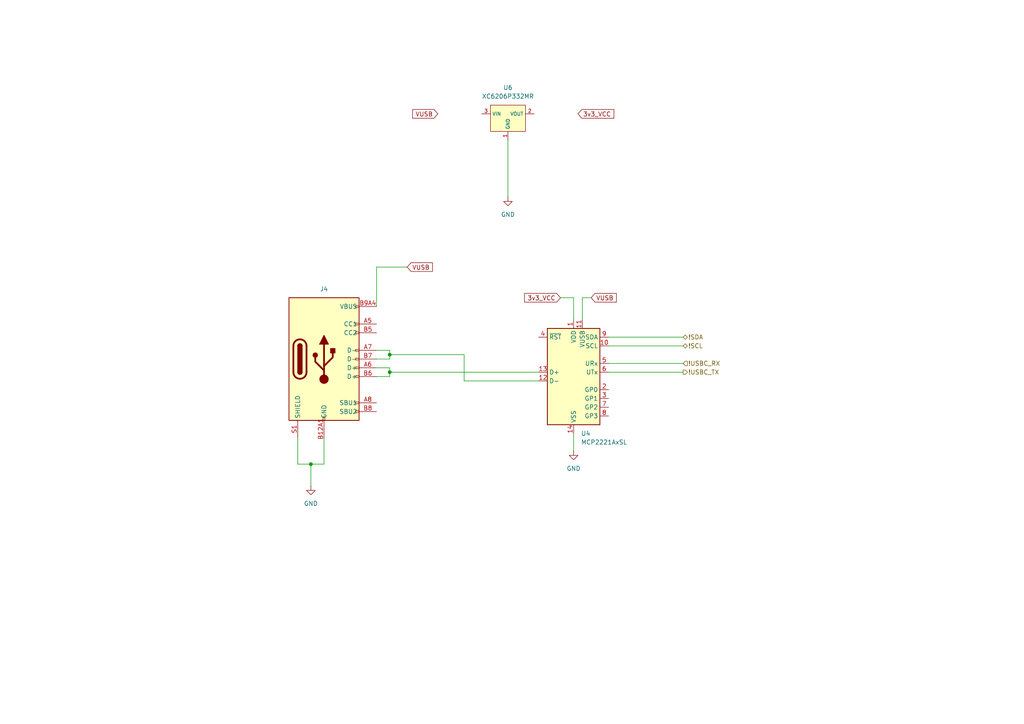
<source format=kicad_sch>
(kicad_sch (version 20250114) (generator "eeschema") (generator_version "9.0")
  (paper "A4")
  (lib_symbols
    (symbol "Interface_USB:MCP2221AxSL"
      (property "Reference" "U" (at -7.62 16.51 0))
      (property "Value" "MCP2221AxSL" (at 12.7 16.51 0))
      (symbol "MCP2221AxSL_0_1"
        (rectangle (start -7.62 15.24) (end 7.62 -12.7) (stroke (width 0.254)) (fill (type background)))
      )
      (symbol "MCP2221AxSL_1_1"
        (pin input line (at -10.16 12.7 0) (length 2.54) (name "~{RST}") (number "4"))
        (pin bidirectional line (at -10.16 2.54 0) (length 2.54) (name "D+") (number "13"))
        (pin bidirectional line (at -10.16 0 0) (length 2.54) (name "D-") (number "12"))
        (pin power_in line (at 0 17.78 270) (length 2.54) (name "VDD") (number "1"))
        (pin power_in line (at 0 -15.24 90) (length 2.54) (name "VSS") (number "14"))
        (pin passive line (at 2.54 17.78 270) (length 2.54) (name "VUSB") (number "11"))
        (pin bidirectional line (at 10.16 12.7 180) (length 2.54) (name "SDA") (number "9"))
        (pin bidirectional line (at 10.16 10.16 180) (length 2.54) (name "SCL") (number "10"))
        (pin input line (at 10.16 5.08 180) (length 2.54) (name "URx") (number "5"))
        (pin output line (at 10.16 2.54 180) (length 2.54) (name "UTx") (number "6"))
        (pin bidirectional line (at 10.16 -2.54 180) (length 2.54) (name "GP0") (number "2"))
        (pin bidirectional line (at 10.16 -5.08 180) (length 2.54) (name "GP1") (number "3"))
        (pin bidirectional line (at 10.16 -7.62 180) (length 2.54) (name "GP2") (number "7"))
        (pin bidirectional line (at 10.16 -10.16 180) (length 2.54) (name "GP3") (number "8"))
      )
    )
    (symbol "PCM_JLCPCB-Extended:Connector, USB-TYPE-C-16P"
      (property "Reference" "J" (at 2.54 2.54 0))
      (symbol "Connector, USB-TYPE-C-16P_0_0"
        (rectangle (start -0.254 -17.78) (end 0.254 -16.764))
        (rectangle (start 10.16 15.494) (end 9.144 14.986))
        (rectangle (start 10.16 10.414) (end 9.144 9.906))
        (rectangle (start 10.16 7.874) (end 9.144 7.366))
        (rectangle (start 10.16 2.794) (end 9.144 2.286))
        (rectangle (start 10.16 0.254) (end 9.144 -0.254))
        (rectangle (start 10.16 -2.286) (end 9.144 -2.794))
        (rectangle (start 10.16 -4.826) (end 9.144 -5.334))
        (rectangle (start 10.16 -12.446) (end 9.144 -12.954))
        (rectangle (start 10.16 -14.986) (end 9.144 -15.494))
      )
      (symbol "Connector, USB-TYPE-C-16P_0_1"
        (rectangle (start -10.16 17.78) (end 10.16 -17.78) (stroke (width 0.254)) (fill (type background)))
        (polyline (pts (xy -8.89 -3.81) (xy -8.89 3.81)) (stroke (width 0.508)))
        (rectangle (start -7.62 -3.81) (end -6.35 3.81) (stroke (width 0.254)) (fill (type outline)))
        (arc (start -7.62 3.81) (mid -6.985 4.4423) (end -6.35 3.81) (stroke (width 0.254)))
        (arc (start -7.62 3.81) (mid -6.985 4.4423) (end -6.35 3.81) (stroke (width 0.254)) (fill (type outline)))
        (arc (start -8.89 3.81) (mid -6.985 5.7067) (end -5.08 3.81) (stroke (width 0.508)))
        (arc (start -5.08 -3.81) (mid -6.985 -5.7067) (end -8.89 -3.81) (stroke (width 0.508)))
        (arc (start -6.35 -3.81) (mid -6.985 -4.4423) (end -7.62 -3.81) (stroke (width 0.254)))
        (arc (start -6.35 -3.81) (mid -6.985 -4.4423) (end -7.62 -3.81) (stroke (width 0.254)) (fill (type outline)))
        (polyline (pts (xy -5.08 3.81) (xy -5.08 -3.81)) (stroke (width 0.508)))
        (circle (center -2.54 1.143) (radius 0.635) (stroke (width 0.254)) (fill (type outline)))
        (polyline (pts (xy -1.27 4.318) (xy 0 6.858) (xy 1.27 4.318) (xy -1.27 4.318)) (stroke (width 0.254)) (fill (type outline)))
        (polyline (pts (xy 0 -2.032) (xy 2.54 0.508) (xy 2.54 1.778)) (stroke (width 0.508)))
        (polyline (pts (xy 0 -3.302) (xy -2.54 -0.762) (xy -2.54 0.508)) (stroke (width 0.508)))
        (polyline (pts (xy 0 -5.842) (xy 0 4.318)) (stroke (width 0.508)))
        (circle (center 0 -5.842) (radius 1.27) (fill (type outline)))
        (rectangle (start 1.905 1.778) (end 3.175 3.048) (stroke (width 0.254)) (fill (type outline)))
      )
      (symbol "Connector, USB-TYPE-C-16P_1_1"
        (pin passive line (at -7.62 -22.86 90) (length 5.08) (name "SHIELD") (number "S1"))
        (pin passive line (at 0 -22.86 90) (length 5.08) (hide yes) (name "GND") (number "A12B1"))
        (pin passive line (at 0 -22.86 90) (length 5.08) (name "GND") (number "B12A1"))
        (pin passive line (at 15.24 15.24 180) (length 5.08) (hide yes) (name "VBUS") (number "A9B4"))
        (pin passive line (at 15.24 15.24 180) (length 5.08) (name "VBUS") (number "B9A4"))
        (pin bidirectional line (at 15.24 10.16 180) (length 5.08) (name "CC1") (number "A5"))
        (pin bidirectional line (at 15.24 7.62 180) (length 5.08) (name "CC2") (number "B5"))
        (pin bidirectional line (at 15.24 2.54 180) (length 5.08) (name "D-") (number "A7"))
        (pin bidirectional line (at 15.24 0 180) (length 5.08) (name "D-") (number "B7"))
        (pin bidirectional line (at 15.24 -2.54 180) (length 5.08) (name "D+") (number "A6"))
        (pin bidirectional line (at 15.24 -5.08 180) (length 5.08) (name "D+") (number "B6"))
        (pin bidirectional line (at 15.24 -12.7 180) (length 5.08) (name "SBU1") (number "A8"))
        (pin bidirectional line (at 15.24 -15.24 180) (length 5.08) (name "SBU2") (number "B8"))
      )
    )
    (symbol "PCM_JLCPCB-Power:LDO, 3.3V, 0.2A"
      (property "Reference" "U" (at 0 8.89 0))
      (property "Value" "XC6206P332MR" (at 0 6.35 0))
      (symbol "LDO, 3.3V, 0.2A_0_1"
        (rectangle (start -5.08 5.08) (end 5.08 -2.54) (fill (type background)))
      )
      (symbol "LDO, 3.3V, 0.2A_1_1"
        (pin unspecified line (at -7.62 2.54 0) (length 2.56) (name "VIN") (number "3"))
        (pin unspecified line (at 0 -5.08 90) (length 2.56) (name "GND") (number "1"))
        (pin unspecified line (at 7.62 2.54 180) (length 2.56) (name "VOUT") (number "2"))
      )
    )
    (symbol "power:GND" (power) (pin_numbers (hide yes)) (pin_names (offset 0) (hide yes))
      (property "Value" "GND" (at 0 -3.81 0))
      (symbol "GND_0_1"
        (polyline (pts (xy 0 0) (xy 0 -1.27) (xy 1.27 -1.27) (xy 0 -2.54) (xy -1.27 -1.27) (xy 0 -1.27)))
      )
      (symbol "GND_1_1"
        (pin power_in line (at 0 0 270) (length 0) (name "~") (number "1"))
      )
    )
  )
  (junction (at 113.03 107.95))
  (junction (at 113.03 102.87))
  (junction (at 90.17 134.62))
  (wire (pts (xy 171.45 86.36) (xy 168.91 86.36)))
  (wire (pts (xy 109.22 77.47) (xy 109.22 88.9)))
  (wire (pts (xy 93.98 134.62) (xy 90.17 134.62)))
  (wire (pts (xy 109.22 101.6) (xy 113.03 101.6)))
  (wire (pts (xy 109.22 104.14) (xy 113.03 104.14)))
  (wire (pts (xy 113.03 104.14) (xy 113.03 102.87)))
  (wire (pts (xy 147.32 40.64) (xy 147.32 57.15)))
  (wire (pts (xy 109.22 109.22) (xy 113.03 109.22)))
  (wire (pts (xy 90.17 134.62) (xy 90.17 140.97)))
  (wire (pts (xy 93.98 127) (xy 93.98 134.62)))
  (wire (pts (xy 168.91 86.36) (xy 168.91 92.71)))
  (wire (pts (xy 198.12 105.41) (xy 176.53 105.41)))
  (wire (pts (xy 113.03 107.95) (xy 156.21 107.95)))
  (wire (pts (xy 166.37 86.36) (xy 162.56 86.36)))
  (wire (pts (xy 134.62 110.49) (xy 156.21 110.49)))
  (wire (pts (xy 198.12 100.33) (xy 176.53 100.33)))
  (wire (pts (xy 118.11 77.47) (xy 109.22 77.47)))
  (wire (pts (xy 113.03 102.87) (xy 134.62 102.87)))
  (wire (pts (xy 113.03 102.87) (xy 113.03 101.6)))
  (wire (pts (xy 176.53 97.79) (xy 198.12 97.79)))
  (wire (pts (xy 166.37 125.73) (xy 166.37 130.81)))
  (wire (pts (xy 86.36 134.62) (xy 86.36 127)))
  (wire (pts (xy 90.17 134.62) (xy 86.36 134.62)))
  (wire (pts (xy 113.03 109.22) (xy 113.03 107.95)))
  (wire (pts (xy 113.03 107.95) (xy 113.03 106.68)))
  (wire (pts (xy 176.53 107.95) (xy 198.12 107.95)))
  (wire (pts (xy 134.62 102.87) (xy 134.62 110.49)))
  (wire (pts (xy 166.37 92.71) (xy 166.37 86.36)))
  (wire (pts (xy 113.03 106.68) (xy 109.22 106.68)))
  (global_label "VUSB" (shape input) (at 171.45 86.36 0) (property "Intersheetrefs" "${INTERSHEET_REFS}" (effects (hide yes))))
  (global_label "VUSB" (shape input) (at 127 33.02 180) (property "Intersheetrefs" "${INTERSHEET_REFS}" (effects (hide yes))))
  (global_label "VUSB" (shape input) (at 118.11 77.47 0) (property "Intersheetrefs" "${INTERSHEET_REFS}" (effects (hide yes))))
  (global_label "3v3_VCC" (shape input) (at 162.56 86.36 180) (property "Intersheetrefs" "${INTERSHEET_REFS}" (effects (hide yes))))
  (global_label "3v3_VCC" (shape input) (at 167.64 33.02 0) (property "Intersheetrefs" "${INTERSHEET_REFS}" (effects (hide yes))))
  (hierarchical_label "!USBC_RX" (shape input) (at 198.12 105.41 0))
  (hierarchical_label "!SDA" (shape bidirectional) (at 198.12 97.79 0))
  (hierarchical_label "!USBC_TX" (shape output) (at 198.12 107.95 0))
  (hierarchical_label "!SCL" (shape bidirectional) (at 198.12 100.33 0))
  (symbol (lib_id "power:GND") (at 166.37 130.81 0) (unit 1)
    (property "Reference" "#PWR01" (effects (hide yes)))
    (property "Value" "GND" (at 166.37 135.89 0))
    (property "Description" "Power symbol creates a global label with name \"GND\" , ground" (effects (hide yes)))
  )
  (symbol (lib_id "PCM_JLCPCB-Power:LDO, 3.3V, 0.2A") (at 147.32 35.56 0) (unit 1)
    (property "Reference" "U6" (at 147.32 25.4 0))
    (property "Value" "XC6206P332MR" (at 147.32 27.94 0))
    (property "Footprint" "PCM_JLCPCB:SOT-23-3_L2.9-W1.6-P1.90-LS2.8-BR" (effects (hide yes)))
    (property "Datasheet" "https://www.lcsc.com/datasheet/lcsc_datasheet_2304140030_Torex-Semicon-XC6206P332MR-G_C5446.pdf" (effects (hide yes)))
    (property "Description" "200mA Fixed 3.3V Positive electrode 6V SOT-23-3L Voltage Regulators - Linear, Low Drop Out (LDO) Regulators ROHS" (effects (hide yes)))
    (property "LCSC" "C5446" (effects (hide yes)))
    (property "Stock" "517770" (effects (hide yes)))
    (property "Price" "0.103USD" (effects (hide yes)))
    (property "Process" "SMT" (effects (hide yes)))
    (property "Minimum Qty" "5" (effects (hide yes)))
    (property "Attrition Qty" "2" (effects (hide yes)))
    (property "Class" "Basic Component" (effects (hide yes)))
    (property "Category" "Power Management ICs,Linear Voltage Regulators (LDO)" (effects (hide yes)))
    (property "Manufacturer" "Torex Semicon" (effects (hide yes)))
    (property "Part" "XC6206P332MR-G" (effects (hide yes)))
    (property "Number Of Outputs" "1" (effects (hide yes)))
    (property "Output Voltage" "3.3V" (effects (hide yes)))
    (property "Dropout Voltage" "680mV@(100mA)" (effects (hide yes)))
    (property "Output Current" "200mA" (effects (hide yes)))
    (property "Output Type" "Fixed" (effects (hide yes)))
    (property "Maximum Input Voltage" "6V" (effects (hide yes)))
    (property "Output Polarity" "Positive electrode" (effects (hide yes)))
    (property "Feature" "Low ESR;Overcurrent Protection(OCP)" (effects (hide yes)))
  )
  (symbol (lib_id "PCM_JLCPCB-Extended:Connector, USB-TYPE-C-16P") (at 93.98 104.14 0) (unit 1)
    (property "Reference" "J4" (at 93.98 83.82 0))
    (property "Value" "Connector, USB-TYPE-C-16P" (effects (hide yes)))
    (property "Footprint" "PCM_JLCPCB:TYPE-C-SMD_HX-TYPE-C-16PIN" (effects (hide yes)))
    (property "Datasheet" "https://atta.szlcsc.com/upload/public/pdf/source/20220920/0EF8F885FCCEA71F60E9E85152155021.pdf" (effects (hide yes)))
    (property "Description" "3A 1 Horizontal attachment 16P Female -25℃~+85℃ Type-C SMD USB Connectors ROHS" (effects (hide yes)))
    (property "LCSC" "C2927039" (effects (hide yes)))
  )
  (symbol (lib_id "power:GND") (at 147.32 57.15 0) (unit 1)
    (property "Reference" "#PWR02" (effects (hide yes)))
    (property "Value" "GND" (at 147.32 62.23 0))
    (property "Description" "Power symbol creates a global label with name \"GND\" , ground" (effects (hide yes)))
  )
  (symbol (lib_id "power:GND") (at 90.17 140.97 0) (unit 1)
    (property "Reference" "#PWR06" (effects (hide yes)))
    (property "Value" "GND" (at 90.17 146.05 0))
    (property "Description" "Power symbol creates a global label with name \"GND\" , ground" (effects (hide yes)))
  )
  (symbol (lib_id "Interface_USB:MCP2221AxSL") (at 166.37 110.49 0) (unit 1)
    (property "Reference" "U4" (at 168.5133 125.73 0) (effects (justify left)))
    (property "Value" "MCP2221AxSL" (at 168.5133 128.27 0) (effects (justify left)))
    (property "Footprint" "Package_SO:SOIC-14_3.9x8.7mm_P1.27mm" (effects (hide yes)))
    (property "Datasheet" "http://ww1.microchip.com/downloads/en/DeviceDoc/20005565B.pdf" (effects (hide yes)))
    (property "Description" "USB to I2C/UART Protocol Converter with GPIO, SOIC-14" (effects (hide yes)))
  )
)
</source>
